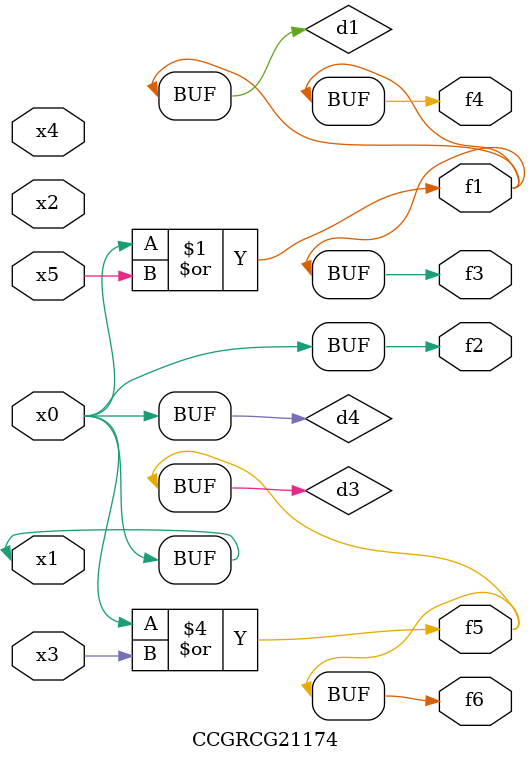
<source format=v>
module CCGRCG21174(
	input x0, x1, x2, x3, x4, x5,
	output f1, f2, f3, f4, f5, f6
);

	wire d1, d2, d3, d4;

	or (d1, x0, x5);
	xnor (d2, x1, x4);
	or (d3, x0, x3);
	buf (d4, x0, x1);
	assign f1 = d1;
	assign f2 = d4;
	assign f3 = d1;
	assign f4 = d1;
	assign f5 = d3;
	assign f6 = d3;
endmodule

</source>
